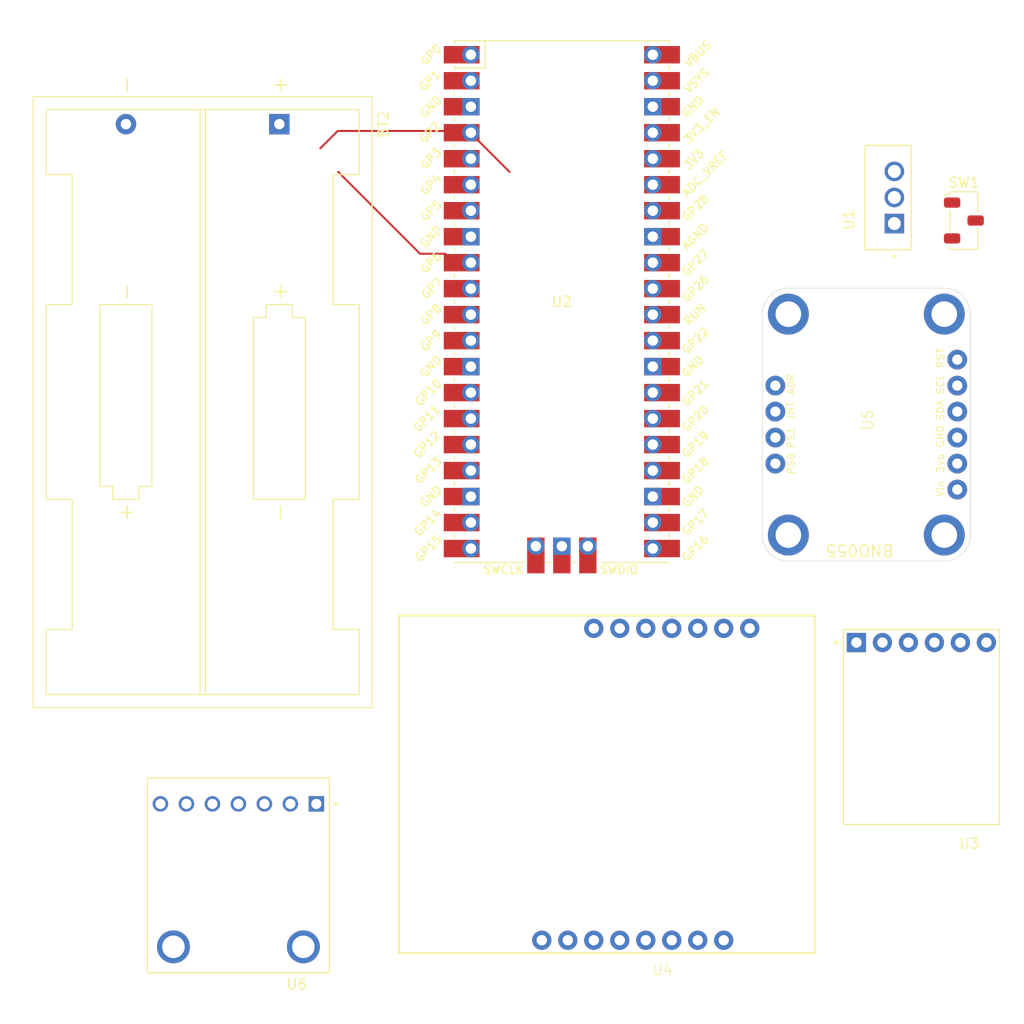
<source format=kicad_pcb>
(kicad_pcb (version 20241229) (generator "pcbnew") (generator_version "9.0")
  (layers (0 "F.Cu" signal) (2 "B.Cu" signal) (13 "F.Paste" user) (15 "B.Paste" user) (5 "F.SilkS" user "F.Silkscreen") (7 "B.SilkS" user "B.Silkscreen") (1 "F.Mask" user) (3 "B.Mask" user) (25 "Edge.Cuts" user))
  (net 0 "")
  (net 1 "Net-(BT2-+)")
  (net 3 "Net-(SW1-A)")
  (net 4 "GND")
  (net 5 "/MCURX")
  (net 6 "/MCUTX")
  (net 8 "/3.3 V")
  (net 9 "Net-(BT1-+)")
  (net 16 "/SCL")
  (net 17 "/SDA")
  (net 22 "/DEBUG2")
  (net 24 "/DEBUG3")
  (net 28 "unconnected-(U2-GPIO2-Pad4)")
  (net 43 "/DEBUG1")
  (net 44 "/FLIGHTLED")
  (net 45 "unconnected-(U2-GPIO6-Pad9)")
  (footprint "Trantor:BNO055" (layer "F.Cu") (at 156.75 67.75 90)
    (property "Reference" "U5" (at 0 -0.5 90) (layer "F.SilkS") (effects (font (thickness 0.1))))
    (property "Value" "~" (hide yes))
    (fp_line (start -11.241 -10.794) (end 10.349 -10.794) (stroke (width 0.05)) (layer "Edge.Cuts"))
    (fp_line (start 12.889 -8.254) (end 12.889 6.986) (stroke (width 0.05)) (layer "Edge.Cuts"))
    (fp_line (start -13.781 6.986) (end -13.781 -8.254) (stroke (width 0.05)) (layer "Edge.Cuts"))
    (fp_line (start 10.349 9.526) (end -11.241 9.526) (stroke (width 0.05)) (layer "Edge.Cuts"))
    (fp_arc (start 10.349 -10.794) (mid 12.145051 -10.050051) (end 12.889 -8.254) (stroke (width 0.05)) (layer "Edge.Cuts"))
    (fp_arc (start -13.781 -8.254) (mid -13.037051 -10.050051) (end -11.241 -10.794) (stroke (width 0.05)) (layer "Edge.Cuts"))
    (fp_arc (start 12.889 6.986) (mid 12.145051 8.782051) (end 10.349 9.526) (stroke (width 0.05)) (layer "Edge.Cuts"))
    (fp_arc (start -11.241 9.526) (mid -13.037051 8.782051) (end -13.781 6.986) (stroke (width 0.05)) (layer "Edge.Cuts"))
    (fp_text user "SDA" (at 0.946 6.605 90) (layer "F.SilkS") (effects (font (size 0.715264 0.715264) (thickness 0.097536))))
    (fp_text user "BNO055" (at -12.731 -1.291 180) (layer "F.SilkS") (effects (font (size 1.1176 1.1176) (thickness 0.1524))))
    (fp_text user "RST" (at 6.066 6.605 90) (layer "F.SilkS") (effects (font (size 0.715264 0.715264) (thickness 0.097536))))
    (fp_text user "PS0" (at -4.261 -8 90) (layer "F.SilkS") (effects (font (size 0.715264 0.715264) (thickness 0.097536))))
    (fp_text user "PS1" (at -1.721 -8 90) (layer "F.SilkS") (effects (font (size 0.715264 0.715264) (thickness 0.097536))))
    (fp_text user "SCL" (at 3.486 6.605 90) (layer "F.SilkS") (effects (font (size 0.715264 0.715264) (thickness 0.097536))))
    (fp_text user "ADR" (at 3.5 -8 90) (layer "F.SilkS") (effects (font (size 0.715264 0.715264) (thickness 0.097536))))
    (fp_text user "GND" (at -1.594 6.605 90) (layer "F.SilkS") (effects (font (size 0.715264 0.715264) (thickness 0.097536))))
    (fp_text user "3vo" (at -4.234 6.605 90) (layer "F.SilkS") (effects (font (size 0.715264 0.715264) (thickness 0.097536))))
    (fp_text user "Vin" (at -6.707 6.605 90) (layer "F.SilkS") (effects (font (size 0.715264 0.715264) (thickness 0.097536))))
    (fp_text user "INT" (at 0.977 -8.048 90) (layer "F.SilkS") (effects (font (size 0.715264 0.715264) (thickness 0.097536))))
    (pad "1" thru_hole circle (at -6.796 8.256 180) (size 1.9304 1.9304) (drill 1) (layers "*.Cu" "*.Mask") (net 8 "/3.3 V"))
    (pad "2" thru_hole circle (at -4.256 8.256 180) (size 1.9304 1.9304) (drill 1) (layers "*.Cu" "*.Mask"))
    (pad "3" thru_hole circle (at -1.716 8.256 180) (size 1.9304 1.9304) (drill 1) (layers "*.Cu" "*.Mask") (net 4 "GND"))
    (pad "4" thru_hole circle (at 0.824 8.256 180) (size 1.9304 1.9304) (drill 1) (layers "*.Cu" "*.Mask") (net 17 "/SDA"))
    (pad "5" thru_hole circle (at 3.364 8.256 180) (size 1.9304 1.9304) (drill 1) (layers "*.Cu" "*.Mask") (net 16 "/SCL"))
    (pad "6" thru_hole circle (at 5.904 8.256 180) (size 1.9304 1.9304) (drill 1) (layers "*.Cu" "*.Mask"))
    (pad "7" thru_hole circle (at -4.256 -9.524 180) (size 1.9304 1.9304) (drill 1) (layers "*.Cu" "*.Mask"))
    (pad "8" thru_hole circle (at -1.716 -9.524 180) (size 1.9304 1.9304) (drill 1) (layers "*.Cu" "*.Mask"))
    (pad "9" thru_hole circle (at 0.824 -9.524 180) (size 1.9304 1.9304) (drill 1) (layers "*.Cu" "*.Mask"))
    (pad "10" thru_hole circle (at 3.364 -9.524 180) (size 1.9304 1.9304) (drill 1) (layers "*.Cu" "*.Mask"))
    (pad "P$1" thru_hole circle (at -11.241 -8.254 90) (size 4 4) (drill 2.5) (layers "*.Cu" "*.Mask"))
    (pad "P$1" thru_hole circle (at -11.241 6.986 90) (size 4 4) (drill 2.5) (layers "*.Cu" "*.Mask"))
    (pad "P$1" thru_hole circle (at 10.349 -8.254 90) (size 4 4) (drill 2.5) (layers "*.Cu" "*.Mask"))
    (pad "P$1" thru_hole circle (at 10.349 6.986 90) (size 4 4) (drill 2.5) (layers "*.Cu" "*.Mask"))
  )
  (footprint "Trantor:GPS" (layer "F.Cu") (at 141.197 119.9866)
    (property "Reference" "U4" (at -5 1.5 0) (layer "F.SilkS") (effects (font (thickness 0.1))))
    (property "Value" "~")
    (fp_line (start -30.767 -33.1216) (end 9.873 -33.1216) (stroke (width 0.2032)) (layer "F.SilkS"))
    (fp_line (start -30.767 -0.127) (end -30.767 -33.1216) (stroke (width 0.2032)) (layer "F.SilkS"))
    (fp_line (start 9.873 -33.1216) (end 9.873 -0.127) (stroke (width 0.2032)) (layer "F.SilkS"))
    (fp_line (start 9.873 -0.127) (end -30.767 -0.127) (stroke (width 0.2032)) (layer "F.SilkS"))
    (fp_poly (pts (xy 5.76 -2.67) (xy 7.06 -2.67) (xy 7.06 -2.63) (xy 5.76 -2.63)) (fill yes) (layer "B.SilkS"))
    (pad "" np_thru_hole circle (at -28.227 -30.5816) (size 3.302 3.302) (drill 3.302) (layers "*.Cu" "*.Mask"))
    (pad "" np_thru_hole circle (at -28.227 -2.667) (size 3.302 3.302) (drill 3.302) (layers "*.Cu" "*.Mask"))
    (pad "" np_thru_hole circle (at 7.333 -30.5816) (size 3.302 3.302) (drill 3.302) (layers "*.Cu" "*.Mask"))
    (pad "" np_thru_hole circle (at 7.333 -2.667) (size 3.302 3.302) (drill 3.302) (layers "*.Cu" "*.Mask"))
    (pad "1" thru_hole circle (at -16.797 -1.397 270) (size 1.8796 1.8796) (drill 1.016) (layers "*.Cu" "*.Mask"))
    (pad "2" thru_hole circle (at -14.257 -1.397 270) (size 1.8796 1.8796) (drill 1.016) (layers "*.Cu" "*.Mask"))
    (pad "3" thru_hole circle (at -11.717 -1.397 270) (size 1.8796 1.8796) (drill 1.016) (layers "*.Cu" "*.Mask"))
    (pad "4" thru_hole circle (at -9.177 -1.397 270) (size 1.8796 1.8796) (drill 1.016) (layers "*.Cu" "*.Mask"))
    (pad "5" thru_hole circle (at -6.637 -1.397 90) (size 1.8796 1.8796) (drill 1.016) (layers "*.Cu" "*.Mask") (net 4 "GND"))
    (pad "6" thru_hole circle (at -4.097 -1.397 90) (size 1.8796 1.8796) (drill 1.016) (layers "*.Cu" "*.Mask"))
    (pad "7" thru_hole circle (at -1.557 -1.397 90) (size 1.8796 1.8796) (drill 1.016) (layers "*.Cu" "*.Mask") (net 17 "/SDA"))
    (pad "8" thru_hole circle (at 0.983 -1.397 90) (size 1.8796 1.8796) (drill 1.016) (layers "*.Cu" "*.Mask") (net 16 "/SCL"))
    (pad "9" thru_hole circle (at -11.717 -31.877 90) (size 1.8796 1.8796) (drill 1.016) (layers "*.Cu" "*.Mask") (net 4 "GND"))
    (pad "10" thru_hole circle (at -9.177 -31.877 90) (size 1.8796 1.8796) (drill 1.016) (layers "*.Cu" "*.Mask"))
    (pad "11" thru_hole circle (at -6.637 -31.877 90) (size 1.8796 1.8796) (drill 1.016) (layers "*.Cu" "*.Mask") (net 8 "/3.3 V"))
    (pad "12" thru_hole circle (at -4.097 -31.877 90) (size 1.8796 1.8796) (drill 1.016) (layers "*.Cu" "*.Mask"))
    (pad "13" thru_hole circle (at -1.557 -31.877 90) (size 1.8796 1.8796) (drill 1.016) (layers "*.Cu" "*.Mask"))
    (pad "14" thru_hole circle (at 0.983 -31.877 90) (size 1.8796 1.8796) (drill 1.016) (layers "*.Cu" "*.Mask"))
    (pad "15" thru_hole circle (at 3.523 -31.877 90) (size 1.8796 1.8796) (drill 1.016) (layers "*.Cu" "*.Mask"))
  )
  (footprint "Trantor:BME280" (layer "F.Cu") (at 94.75 112.25 180)
    (property "Reference" "U6" (at -5.715 -10.66 0) (layer "F.SilkS"))
    (property "Value" "BME280")
    (fp_line (start 8.89 9.525) (end -8.89 9.525) (stroke (width 0.127)) (layer "F.SilkS"))
    (fp_line (start 8.89 -9.525) (end 8.89 9.525) (stroke (width 0.127)) (layer "F.SilkS"))
    (fp_line (start -8.89 9.525) (end -8.89 -9.525) (stroke (width 0.127)) (layer "F.SilkS"))
    (fp_line (start -8.89 -9.525) (end 8.89 -9.525) (stroke (width 0.127)) (layer "F.SilkS"))
    (fp_circle (center -9.49 6.985) (end -9.39 6.985) (stroke (width 0.2)) (fill no) (layer "F.SilkS"))
    (pad "1" thru_hole rect (at -7.62 6.985 180) (size 1.508 1.508) (drill 1) (layers "*.Cu" "*.Mask") (net 8 "/3.3 V"))
    (pad "2" thru_hole circle (at -5.08 6.985 180) (size 1.508 1.508) (drill 1) (layers "*.Cu" "*.Mask"))
    (pad "3" thru_hole circle (at -2.54 6.985 180) (size 1.508 1.508) (drill 1) (layers "*.Cu" "*.Mask") (net 4 "GND"))
    (pad "4" thru_hole circle (at 0 6.985 180) (size 1.508 1.508) (drill 1) (layers "*.Cu" "*.Mask") (net 16 "/SCL"))
    (pad "5" thru_hole circle (at 2.54 6.985 180) (size 1.508 1.508) (drill 1) (layers "*.Cu" "*.Mask") (net 17 "/SDA"))
    (pad "6" thru_hole circle (at 5.08 6.985 180) (size 1.508 1.508) (drill 1) (layers "*.Cu" "*.Mask"))
    (pad "7" thru_hole circle (at 7.62 6.985 180) (size 1.508 1.508) (drill 1) (layers "*.Cu" "*.Mask"))
    (pad "P1" thru_hole circle (at -6.35 -6.985 180) (size 3.216 3.216) (drill 2.2) (layers "*.Cu" "*.Mask"))
    (pad "P2" thru_hole circle (at 6.35 -6.985 180) (size 3.216 3.216) (drill 2.2) (layers "*.Cu" "*.Mask"))
  )
  (footprint "Trantor:TO255P1020X450X1968-3" (layer "F.Cu") (at 158.25 46 90)
    (property "Reference" "U1" (at -2.175 -3.84 90) (layer "F.SilkS"))
    (property "Value" "LD1117V33")
    (fp_line (start 5.1 -2.25) (end 5.1 2.25) (stroke (width 0.127)) (layer "F.SilkS"))
    (fp_line (start -5.1 -2.25) (end 5.1 -2.25) (stroke (width 0.127)) (layer "F.SilkS"))
    (fp_line (start 5.1 2.25) (end -5.1 2.25) (stroke (width 0.127)) (layer "F.SilkS"))
    (fp_line (start -5.1 2.25) (end -5.1 -2.25) (stroke (width 0.127)) (layer "F.SilkS"))
    (fp_circle (center -5.75 0.605) (end -5.65 0.605) (stroke (width 0.2)) (fill no) (layer "F.SilkS"))
    (pad "1" thru_hole rect (at -2.55 0.605 90) (size 1.91 1.91) (drill 1.27) (layers "*.Cu" "*.Mask") (net 4 "GND"))
    (pad "2" thru_hole circle (at 0 0.605 90) (size 1.91 1.91) (drill 1.27) (layers "*.Cu" "*.Mask") (net 8 "/3.3 V"))
    (pad "3" thru_hole circle (at 2.55 0.605 90) (size 1.91 1.91) (drill 1.27) (layers "*.Cu" "*.Mask") (net 3 "Net-(SW1-A)"))
  )
  (footprint "Button_Switch_SMD:Nidec_Copal_CAS-120A" (layer "F.Cu") (at 165.65 48.25)
    (property "Reference" "SW1" (at 0 -3.7 0) (layer "F.SilkS"))
    (property "Value" "SW_Nidec_CAS-120A1" (hide yes))
    (fp_line (start -1.36 -2.81) (end 1.36 -2.81) (stroke (width 0.12)) (layer "F.SilkS"))
    (fp_line (start -1.36 -2.55) (end -1.9 -2.55) (stroke (width 0.12)) (layer "F.SilkS"))
    (fp_line (start -1.36 -2.55) (end -1.36 -2.8) (stroke (width 0.12)) (layer "F.SilkS"))
    (fp_line (start -1.36 -0.98) (end -1.36 0.98) (stroke (width 0.12)) (layer "F.SilkS"))
    (fp_line (start -1.36 2.81) (end -1.36 2.55) (stroke (width 0.12)) (layer "F.SilkS"))
    (fp_line (start 1.35 2.81) (end -1.35 2.81) (stroke (width 0.12)) (layer "F.SilkS"))
    (fp_line (start 1.36 -2.81) (end 1.36 -0.8) (stroke (width 0.12)) (layer "F.SilkS"))
    (fp_line (start 1.36 0.8) (end 1.36 2.81) (stroke (width 0.12)) (layer "F.SilkS"))
    (pad "1" smd roundrect (at -1.15 -1.75 270) (size 1 1.6) (layers "F.Cu" "F.Mask" "F.Paste"))
    (pad "2" smd roundrect (at 1.15 0 270) (size 1 1.6) (layers "F.Cu" "F.Mask" "F.Paste") (net 1 "Net-(BT2-+)"))
    (pad "3" smd roundrect (at -1.15 1.75 270) (size 1 1.6) (layers "F.Cu" "F.Mask" "F.Paste") (net 3 "Net-(SW1-A)"))
  )
  (footprint "Trantor:MODULE_DEV-13712" (layer "F.Cu") (at 161.5 97.75 180)
    (property "Reference" "U3" (at -4.695 -11.41 0) (layer "F.SilkS"))
    (property "Value" "Logger")
    (fp_line (start 7.62 9.525) (end -7.62 9.525) (stroke (width 0.127)) (layer "F.SilkS"))
    (fp_line (start 7.62 -9.525) (end 7.62 9.525) (stroke (width 0.127)) (layer "F.SilkS"))
    (fp_line (start -7.62 9.525) (end -7.62 -9.525) (stroke (width 0.127)) (layer "F.SilkS"))
    (fp_line (start -7.62 -9.525) (end 7.62 -9.525) (stroke (width 0.127)) (layer "F.SilkS"))
    (fp_circle (center 8.37 8.255) (end 8.47 8.255) (stroke (width 0.2)) (fill no) (layer "F.SilkS"))
    (pad "1" thru_hole rect (at 6.35 8.255 180) (size 1.8796 1.8796) (drill 1.016) (layers "*.Cu" "*.Mask"))
    (pad "2" thru_hole circle (at 3.81 8.255 180) (size 1.8796 1.8796) (drill 1.016) (layers "*.Cu" "*.Mask") (net 4 "GND"))
    (pad "3" thru_hole circle (at 1.27 8.255 180) (size 1.8796 1.8796) (drill 1.016) (layers "*.Cu" "*.Mask") (net 8 "/3.3 V"))
    (pad "4" thru_hole circle (at -1.27 8.255 180) (size 1.8796 1.8796) (drill 1.016) (layers "*.Cu" "*.Mask") (net 5 "/MCURX"))
    (pad "5" thru_hole circle (at -3.81 8.255 180) (size 1.8796 1.8796) (drill 1.016) (layers "*.Cu" "*.Mask") (net 6 "/MCUTX"))
    (pad "6" thru_hole circle (at -6.35 8.255 180) (size 1.8796 1.8796) (drill 1.016) (layers "*.Cu" "*.Mask") (net 4 "GND"))
  )
  (footprint "Trantor:RPi_Pico_SMD_TH" (layer "F.Cu") (at 126.36 56.18)
    (property "Reference" "U2" (at 0 0 0) (layer "F.SilkS"))
    (property "Value" "Pico 2")
    (fp_line (start -10.5 -25.5) (end -10.5 -25.2) (stroke (width 0.12)) (layer "F.SilkS"))
    (fp_line (start -10.5 -25.5) (end 10.5 -25.5) (stroke (width 0.12)) (layer "F.SilkS"))
    (fp_line (start -10.5 -23.1) (end -10.5 -22.7) (stroke (width 0.12)) (layer "F.SilkS"))
    (fp_line (start -10.5 -22.833) (end -7.493 -22.833) (stroke (width 0.12)) (layer "F.SilkS"))
    (fp_line (start -10.5 -20.5) (end -10.5 -20.1) (stroke (width 0.12)) (layer "F.SilkS"))
    (fp_line (start -10.5 -18) (end -10.5 -17.6) (stroke (width 0.12)) (layer "F.SilkS"))
    (fp_line (start -10.5 -15.4) (end -10.5 -15) (stroke (width 0.12)) (layer "F.SilkS"))
    (fp_line (start -10.5 -12.9) (end -10.5 -12.5) (stroke (width 0.12)) (layer "F.SilkS"))
    (fp_line (start -10.5 -10.4) (end -10.5 -10) (stroke (width 0.12)) (layer "F.SilkS"))
    (fp_line (start -10.5 -7.8) (end -10.5 -7.4) (stroke (width 0.12)) (layer "F.SilkS"))
    (fp_line (start -10.5 -5.3) (end -10.5 -4.9) (stroke (width 0.12)) (layer "F.SilkS"))
    (fp_line (start -10.5 -2.7) (end -10.5 -2.3) (stroke (width 0.12)) (layer "F.SilkS"))
    (fp_line (start -10.5 -0.2) (end -10.5 0.2) (stroke (width 0.12)) (layer "F.SilkS"))
    (fp_line (start -10.5 2.3) (end -10.5 2.7) (stroke (width 0.12)) (layer "F.SilkS"))
    (fp_line (start -10.5 4.9) (end -10.5 5.3) (stroke (width 0.12)) (layer "F.SilkS"))
    (fp_line (start -10.5 7.4) (end -10.5 7.8) (stroke (width 0.12)) (layer "F.SilkS"))
    (fp_line (start -10.5 10) (end -10.5 10.4) (stroke (width 0.12)) (layer "F.SilkS"))
    (fp_line (start -10.5 12.5) (end -10.5 12.9) (stroke (width 0.12)) (layer "F.SilkS"))
    (fp_line (start -10.5 15.1) (end -10.5 15.5) (stroke (width 0.12)) (layer "F.SilkS"))
    (fp_line (start -10.5 17.6) (end -10.5 18) (stroke (width 0.12)) (layer "F.SilkS"))
    (fp_line (start -10.5 20.1) (end -10.5 20.5) (stroke (width 0.12)) (layer "F.SilkS"))
    (fp_line (start -10.5 22.7) (end -10.5 23.1) (stroke (width 0.12)) (layer "F.SilkS"))
    (fp_line (start -7.493 -22.833) (end -7.493 -25.5) (stroke (width 0.12)) (layer "F.SilkS"))
    (fp_line (start -3.7 25.5) (end -10.5 25.5) (stroke (width 0.12)) (layer "F.SilkS"))
    (fp_line (start -1.5 25.5) (end -1.1 25.5) (stroke (width 0.12)) (layer "F.SilkS"))
    (fp_line (start 1.1 25.5) (end 1.5 25.5) (stroke (width 0.12)) (layer "F.SilkS"))
    (fp_line (start 10.5 -25.5) (end 10.5 -25.2) (stroke (width 0.12)) (layer "F.SilkS"))
    (fp_line (start 10.5 -23.1) (end 10.5 -22.7) (stroke (width 0.12)) (layer "F.SilkS"))
    (fp_line (start 10.5 -20.5) (end 10.5 -20.1) (stroke (width 0.12)) (layer "F.SilkS"))
    (fp_line (start 10.5 -18) (end 10.5 -17.6) (stroke (width 0.12)) (layer "F.SilkS"))
    (fp_line (start 10.5 -15.4) (end 10.5 -15) (stroke (width 0.12)) (layer "F.SilkS"))
    (fp_line (start 10.5 -12.9) (end 10.5 -12.5) (stroke (width 0.12)) (layer "F.SilkS"))
    (fp_line (start 10.5 -10.4) (end 10.5 -10) (stroke (width 0.12)) (layer "F.SilkS"))
    (fp_line (start 10.5 -7.8) (end 10.5 -7.4) (stroke (width 0.12)) (layer "F.SilkS"))
    (fp_line (start 10.5 -5.3) (end 10.5 -4.9) (stroke (width 0.12)) (layer "F.SilkS"))
    (fp_line (start 10.5 -2.7) (end 10.5 -2.3) (stroke (width 0.12)) (layer "F.SilkS"))
    (fp_line (start 10.5 -0.2) (end 10.5 0.2) (stroke (width 0.12)) (layer "F.SilkS"))
    (fp_line (start 10.5 2.3) (end 10.5 2.7) (stroke (width 0.12)) (layer "F.SilkS"))
    (fp_line (start 10.5 4.9) (end 10.5 5.3) (stroke (width 0.12)) (layer "F.SilkS"))
    (fp_line (start 10.5 7.4) (end 10.5 7.8) (stroke (width 0.12)) (layer "F.SilkS"))
    (fp_line (start 10.5 10) (end 10.5 10.4) (stroke (width 0.12)) (layer "F.SilkS"))
    (fp_line (start 10.5 12.5) (end 10.5 12.9) (stroke (width 0.12)) (layer "F.SilkS"))
    (fp_line (start 10.5 15.1) (end 10.5 15.5) (stroke (width 0.12)) (layer "F.SilkS"))
    (fp_line (start 10.5 17.6) (end 10.5 18) (stroke (width 0.12)) (layer "F.SilkS"))
    (fp_line (start 10.5 20.1) (end 10.5 20.5) (stroke (width 0.12)) (layer "F.SilkS"))
    (fp_line (start 10.5 22.7) (end 10.5 23.1) (stroke (width 0.12)) (layer "F.SilkS"))
    (fp_line (start 10.5 25.5) (end 3.7 25.5) (stroke (width 0.12)) (layer "F.SilkS"))
    (fp_text user "3V3_EN" (at 13.7 -17.2 45) (layer "F.SilkS") (effects (font (size 0.8 0.8))))
    (fp_text user "GP19" (at 13.054 13.97 45) (layer "F.SilkS") (effects (font (size 0.8 0.8))))
    (fp_text user "AGND" (at 13.054 -6.35 45) (layer "F.SilkS") (effects (font (size 0.8 0.8))))
    (fp_text user "GP3" (at -12.8 -13.97 45) (layer "F.SilkS") (effects (font (size 0.8 0.8))))
    (fp_text user "GP1" (at -12.9 -21.6 45) (layer "F.SilkS") (effects (font (size 0.8 0.8))))
    (fp_text user "GND" (at -12.8 19.05 45) (layer "F.SilkS") (effects (font (size 0.8 0.8))))
    (fp_text user "GP14" (at -13.1 21.59 45) (layer "F.SilkS") (effects (font (size 0.8 0.8))))
    (fp_text user "GP9" (at -12.8 3.81 45) (layer "F.SilkS") (effects (font (size 0.8 0.8))))
    (fp_text user "SWCLK" (at -5.7 26.2 0) (layer "F.SilkS") (effects (font (size 0.8 0.8))))
    (fp_text user "VBUS" (at 13.3 -24.2 45) (layer "F.SilkS") (effects (font (size 0.8 0.8))))
    (fp_text user "GP2" (at -12.9 -16.51 45) (layer "F.SilkS") (effects (font (size 0.8 0.8))))
    (fp_text user "GP16" (at 13.054 24.13 45) (layer "F.SilkS") (effects (font (size 0.8 0.8))))
    (fp_text user "GND" (at 12.8 19.05 45) (layer "F.SilkS") (effects (font (size 0.8 0.8))))
    (fp_text user "GP18" (at 13.054 16.51 45) (layer "F.SilkS") (effects (font (size 0.8 0.8))))
    (fp_text user "GP27" (at 13.054 -3.8 45) (layer "F.SilkS") (effects (font (size 0.8 0.8))))
    (fp_text user "GP11" (at -13.2 11.43 45) (layer "F.SilkS") (effects (font (size 0.8 0.8))))
    (fp_text user "ADC_VREF" (at 14 -12.5 45) (layer "F.SilkS") (effects (font (size 0.8 0.8))))
    (fp_text user "GP15" (at -13.054 24.13 45) (layer "F.SilkS") (effects (font (size 0.8 0.8))))
    (fp_text user "GND" (at -12.8 6.35 45) (layer "F.SilkS") (effects (font (size 0.8 0.8))))
    (fp_text user "GND" (at -12.8 -6.35 45) (layer "F.SilkS") (effects (font (size 0.8 0.8))))
    (fp_text user "SWDIO" (at 5.6 26.2 0) (layer "F.SilkS") (effects (font (size 0.8 0.8))))
    (fp_text user "VSYS" (at 13.2 -21.59 45) (layer "F.SilkS") (effects (font (size 0.8 0.8))))
    (fp_text user "GP20" (at 13.054 11.43 45) (layer "F.SilkS") (effects (font (size 0.8 0.8))))
    (fp_text user "GP28" (at 13.054 -9.144 45) (layer "F.SilkS") (effects (font (size 0.8 0.8))))
    (fp_text user "GP6" (at -12.8 -3.81 45) (layer "F.SilkS") (effects (font (size 0.8 0.8))))
    (fp_text user "GP21" (at 13.054 8.9 45) (layer "F.SilkS") (effects (font (size 0.8 0.8))))
    (fp_text user "GP22" (at 13.054 3.81 45) (layer "F.SilkS") (effects (font (size 0.8 0.8))))
    (fp_text user "GP10" (at -13.054 8.89 45) (layer "F.SilkS") (effects (font (size 0.8 0.8))))
    (fp_text user "GP5" (at -12.8 -8.89 45) (layer "F.SilkS") (effects (font (size 0.8 0.8))))
    (fp_text user "GP4" (at -12.8 -11.43 45) (layer "F.SilkS") (effects (font (size 0.8 0.8))))
    (fp_text user "GP12" (at -13.2 13.97 45) (layer "F.SilkS") (effects (font (size 0.8 0.8))))
    (fp_text user "GP26" (at 13.054 -1.27 45) (layer "F.SilkS") (effects (font (size 0.8 0.8))))
    (fp_text user "GND" (at 12.8 -19.05 45) (layer "F.SilkS") (effects (font (size 0.8 0.8))))
    (fp_text user "3V3" (at 12.9 -13.9 45) (layer "F.SilkS") (effects (font (size 0.8 0.8))))
    (fp_text user "GND" (at -12.8 -19.05 45) (layer "F.SilkS") (effects (font (size 0.8 0.8))))
    (fp_text user "GP0" (at -12.8 -24.13 45) (layer "F.SilkS") (effects (font (size 0.8 0.8))))
    (fp_text user "GP8" (at -12.8 1.27 45) (layer "F.SilkS") (effects (font (size 0.8 0.8))))
    (fp_text user "GP17" (at 13.054 21.59 45) (layer "F.SilkS") (effects (font (size 0.8 0.8))))
    (fp_text user "GP7" (at -12.7 -1.3 45) (layer "F.SilkS") (effects (font (size 0.8 0.8))))
    (fp_text user "RUN" (at 13 1.27 45) (layer "F.SilkS") (effects (font (size 0.8 0.8))))
    (fp_text user "GND" (at 12.8 6.35 45) (layer "F.SilkS") (effects (font (size 0.8 0.8))))
    (fp_text user "GP13" (at -13.054 16.51 45) (layer "F.SilkS") (effects (font (size 0.8 0.8))))
    (pad "" np_thru_hole oval (at -2.725 -24) (size 1.8 1.8) (drill 1.8) (layers "*.Cu" "*.Mask"))
    (pad "" np_thru_hole oval (at -2.425 -20.97) (size 1.5 1.5) (drill 1.5) (layers "*.Cu" "*.Mask"))
    (pad "" np_thru_hole oval (at 2.425 -20.97) (size 1.5 1.5) (drill 1.5) (layers "*.Cu" "*.Mask"))
    (pad "" np_thru_hole oval (at 2.725 -24) (size 1.8 1.8) (drill 1.8) (layers "*.Cu" "*.Mask"))
    (pad "1" thru_hole oval (at -8.89 -24.13) (size 1.7 1.7) (drill 1.02) (layers "*.Cu" "*.Mask") (net 6 "/MCUTX"))
    (pad "1" smd rect (at -8.89 -24.13) (size 3.5 1.7) (drill (offset -0.9 0)) (layers "F.Cu" "F.Mask") (net 6 "/MCUTX"))
    (pad "2" thru_hole oval (at -8.89 -21.59) (size 1.7 1.7) (drill 1.02) (layers "*.Cu" "*.Mask") (net 5 "/MCURX"))
    (pad "2" smd rect (at -8.89 -21.59) (size 3.5 1.7) (drill (offset -0.9 0)) (layers "F.Cu" "F.Mask") (net 5 "/MCURX"))
    (pad "3" thru_hole rect (at -8.89 -19.05) (size 1.7 1.7) (drill 1.02) (layers "*.Cu" "*.Mask") (net 4 "GND"))
    (pad "3" smd rect (at -8.89 -19.05) (size 3.5 1.7) (drill (offset -0.9 0)) (layers "F.Cu" "F.Mask") (net 4 "GND"))
    (pad "4" thru_hole oval (at -8.89 -16.51) (size 1.7 1.7) (drill 1.02) (layers "*.Cu" "*.Mask") (net 28 "unconnected-(U2-GPIO2-Pad4)"))
    (pad "4" smd rect (at -8.89 -16.51) (size 3.5 1.7) (drill (offset -0.9 0)) (layers "F.Cu" "F.Mask") (net 28 "unconnected-(U2-GPIO2-Pad4)"))
    (pad "5" thru_hole oval (at -8.89 -13.97) (size 1.7 1.7) (drill 1.02) (layers "*.Cu" "*.Mask"))
    (pad "5" smd rect (at -8.89 -13.97) (size 3.5 1.7) (drill (offset -0.9 0)) (layers "F.Cu" "F.Mask"))
    (pad "6" thru_hole oval (at -8.89 -11.43) (size 1.7 1.7) (drill 1.02) (layers "*.Cu" "*.Mask") (net 17 "/SDA"))
    (pad "6" smd rect (at -8.89 -11.43) (size 3.5 1.7) (drill (offset -0.9 0)) (layers "F.Cu" "F.Mask") (net 17 "/SDA"))
    (pad "7" thru_hole oval (at -8.89 -8.89) (size 1.7 1.7) (drill 1.02) (layers "*.Cu" "*.Mask") (net 16 "/SCL"))
    (pad "7" smd rect (at -8.89 -8.89) (size 3.5 1.7) (drill (offset -0.9 0)) (layers "F.Cu" "F.Mask") (net 16 "/SCL"))
    (pad "8" thru_hole rect (at -8.89 -6.35) (size 1.7 1.7) (drill 1.02) (layers "*.Cu" "*.Mask"))
    (pad "8" smd rect (at -8.89 -6.35) (size 3.5 1.7) (drill (offset -0.9 0)) (layers "F.Cu" "F.Mask"))
    (pad "9" thru_hole oval (at -8.89 -3.81) (size 1.7 1.7) (drill 1.02) (layers "*.Cu" "*.Mask") (net 45 "unconnected-(U2-GPIO6-Pad9)"))
    (pad "9" smd rect (at -8.89 -3.81) (size 3.5 1.7) (drill (offset -0.9 0)) (layers "F.Cu" "F.Mask") (net 45 "unconnected-(U2-GPIO6-Pad9)"))
    (pad "10" thru_hole oval (at -8.89 -1.27) (size 1.7 1.7) (drill 1.02) (layers "*.Cu" "*.Mask"))
    (pad "10" smd rect (at -8.89 -1.27) (size 3.5 1.7) (drill (offset -0.9 0)) (layers "F.Cu" "F.Mask"))
    (pad "11" thru_hole oval (at -8.89 1.27) (size 1.7 1.7) (drill 1.02) (layers "*.Cu" "*.Mask"))
    (pad "11" smd rect (at -8.89 1.27) (size 3.5 1.7) (drill (offset -0.9 0)) (layers "F.Cu" "F.Mask"))
    (pad "12" thru_hole oval (at -8.89 3.81) (size 1.7 1.7) (drill 1.02) (layers "*.Cu" "*.Mask"))
    (pad "12" smd rect (at -8.89 3.81) (size 3.5 1.7) (drill (offset -0.9 0)) (layers "F.Cu" "F.Mask"))
    (pad "13" thru_hole rect (at -8.89 6.35) (size 1.7 1.7) (drill 1.02) (layers "*.Cu" "*.Mask"))
    (pad "13" smd rect (at -8.89 6.35) (size 3.5 1.7) (drill (offset -0.9 0)) (layers "F.Cu" "F.Mask"))
    (pad "14" thru_hole oval (at -8.89 8.89) (size 1.7 1.7) (drill 1.02) (layers "*.Cu" "*.Mask"))
    (pad "14" smd rect (at -8.89 8.89) (size 3.5 1.7) (drill (offset -0.9 0)) (layers "F.Cu" "F.Mask"))
    (pad "15" thru_hole oval (at -8.89 11.43) (size 1.7 1.7) (drill 1.02) (layers "*.Cu" "*.Mask"))
    (pad "15" smd rect (at -8.89 11.43) (size 3.5 1.7) (drill (offset -0.9 0)) (layers "F.Cu" "F.Mask"))
    (pad "16" thru_hole oval (at -8.89 13.97) (size 1.7 1.7) (drill 1.02) (layers "*.Cu" "*.Mask"))
    (pad "16" smd rect (at -8.89 13.97) (size 3.5 1.7) (drill (offset -0.9 0)) (layers "F.Cu" "F.Mask"))
    (pad "17" thru_hole oval (at -8.89 16.51) (size 1.7 1.7) (drill 1.02) (layers "*.Cu" "*.Mask"))
    (pad "17" smd rect (at -8.89 16.51) (size 3.5 1.7) (drill (offset -0.9 0)) (layers "F.Cu" "F.Mask"))
    (pad "18" thru_hole rect (at -8.89 19.05) (size 1.7 1.7) (drill 1.02) (layers "*.Cu" "*.Mask"))
    (pad "18" smd rect (at -8.89 19.05) (size 3.5 1.7) (drill (offset -0.9 0)) (layers "F.Cu" "F.Mask"))
    (pad "19" thru_hole oval (at -8.89 21.59) (size 1.7 1.7) (drill 1.02) (layers "*.Cu" "*.Mask"))
    (pad "19" smd rect (at -8.89 21.59) (size 3.5 1.7) (drill (offset -0.9 0)) (layers "F.Cu" "F.Mask"))
    (pad "20" thru_hole oval (at -8.89 24.13) (size 1.7 1.7) (drill 1.02) (layers "*.Cu" "*.Mask"))
    (pad "20" smd rect (at -8.89 24.13) (size 3.5 1.7) (drill (offset -0.9 0)) (layers "F.Cu" "F.Mask"))
    (pad "21" thru_hole oval (at 8.89 24.13) (size 1.7 1.7) (drill 1.02) (layers "*.Cu" "*.Mask"))
    (pad "21" smd rect (at 8.89 24.13) (size 3.5 1.7) (drill (offset 0.9 0)) (layers "F.Cu" "F.Mask"))
    (pad "22" thru_hole oval (at 8.89 21.59) (size 1.7 1.7) (drill 1.02) (layers "*.Cu" "*.Mask"))
    (pad "22" smd rect (at 8.89 21.59) (size 3.5 1.7) (drill (offset 0.9 0)) (layers "F.Cu" "F.Mask"))
    (pad "23" thru_hole rect (at 8.89 19.05) (size 1.7 1.7) (drill 1.02) (layers "*.Cu" "*.Mask"))
    (pad "23" smd rect (at 8.89 19.05) (size 3.5 1.7) (drill (offset 0.9 0)) (layers "F.Cu" "F.Mask"))
    (pad "24" thru_hole oval (at 8.89 16.51) (size 1.7 1.7) (drill 1.02) (layers "*.Cu" "*.Mask") (net 44 "/FLIGHTLED"))
    (pad "24" smd rect (at 8.89 16.51) (size 3.5 1.7) (drill (offset 0.9 0)) (layers "F.Cu" "F.Mask") (net 44 "/FLIGHTLED"))
    (pad "25" thru_hole oval (at 8.89 13.97) (size 1.7 1.7) (drill 1.02) (layers "*.Cu" "*.Mask") (net 24 "/DEBUG3"))
    (pad "25" smd rect (at 8.89 13.97) (size 3.5 1.7) (drill (offset 0.9 0)) (layers "F.Cu" "F.Mask") (net 24 "/DEBUG3"))
    (pad "26" thru_hole oval (at 8.89 11.43) (size 1.7 1.7) (drill 1.02) (layers "*.Cu" "*.Mask") (net 22 "/DEBUG2"))
    (pad "26" smd rect (at 8.89 11.43) (size 3.5 1.7) (drill (offset 0.9 0)) (layers "F.Cu" "F.Mask") (net 22 "/DEBUG2"))
    (pad "27" thru_hole oval (at 8.89 8.89) (size 1.7 1.7) (drill 1.02) (layers "*.Cu" "*.Mask") (net 43 "/DEBUG1"))
    (pad "27" smd rect (at 8.89 8.89) (size 3.5 1.7) (drill (offset 0.9 0)) (layers "F.Cu" "F.Mask") (net 43 "/DEBUG1"))
    (pad "28" thru_hole rect (at 8.89 6.35) (size 1.7 1.7) (drill 1.02) (layers "*.Cu" "*.Mask"))
    (pad "28" smd rect (at 8.89 6.35) (size 3.5 1.7) (drill (offset 0.9 0)) (layers "F.Cu" "F.Mask"))
    (pad "29" thru_hole oval (at 8.89 3.81) (size 1.7 1.7) (drill 1.02) (layers "*.Cu" "*.Mask"))
    (pad "29" smd rect (at 8.89 3.81) (size 3.5 1.7) (drill (offset 0.9 0)) (layers "F.Cu" "F.Mask"))
    (pad "30" thru_hole oval (at 8.89 1.27) (size 1.7 1.7) (drill 1.02) (layers "*.Cu" "*.Mask"))
    (pad "30" smd rect (at 8.89 1.27) (size 3.5 1.7) (drill (offset 0.9 0)) (layers "F.Cu" "F.Mask"))
    (pad "31" thru_hole oval (at 8.89 -1.27) (size 1.7 1.7) (drill 1.02) (layers "*.Cu" "*.Mask"))
    (pad "31" smd rect (at 8.89 -1.27) (size 3.5 1.7) (drill (offset 0.9 0)) (layers "F.Cu" "F.Mask"))
    (pad "32" thru_hole oval (at 8.89 -3.81) (size 1.7 1.7) (drill 1.02) (layers "*.Cu" "*.Mask"))
    (pad "32" smd rect (at 8.89 -3.81) (size 3.5 1.7) (drill (offset 0.9 0)) (layers "F.Cu" "F.Mask"))
    (pad "33" thru_hole rect (at 8.89 -6.35) (size 1.7 1.7) (drill 1.02) (layers "*.Cu" "*.Mask"))
    (pad "33" smd rect (at 8.89 -6.35) (size 3.5 1.7) (drill (offset 0.9 0)) (layers "F.Cu" "F.Mask"))
    (pad "34" thru_hole oval (at 8.89 -8.89) (size 1.7 1.7) (drill 1.02) (layers "*.Cu" "*.Mask"))
    (pad "34" smd rect (at 8.89 -8.89) (size 3.5 1.7) (drill (offset 0.9 0)) (layers "F.Cu" "F.Mask"))
    (pad "35" thru_hole oval (at 8.89 -11.43) (size 1.7 1.7) (drill 1.02) (layers "*.Cu" "*.Mask"))
    (pad "35" smd rect (at 8.89 -11.43) (size 3.5 1.7) (drill (offset 0.9 0)) (layers "F.Cu" "F.Mask"))
    (pad "36" thru_hole oval (at 8.89 -13.97) (size 1.7 1.7) (drill 1.02) (layers "*.Cu" "*.Mask"))
    (pad "36" smd rect (at 8.89 -13.97) (size 3.5 1.7) (drill (offset 0.9 0)) (layers "F.Cu" "F.Mask"))
    (pad "37" thru_hole oval (at 8.89 -16.51) (size 1.7 1.7) (drill 1.02) (layers "*.Cu" "*.Mask"))
    (pad "37" smd rect (at 8.89 -16.51) (size 3.5 1.7) (drill (offset 0.9 0)) (layers "F.Cu" "F.Mask"))
    (pad "38" thru_hole rect (at 8.89 -19.05) (size 1.7 1.7) (drill 1.02) (layers "*.Cu" "*.Mask") (net 4 "GND"))
    (pad "38" smd rect (at 8.89 -19.05) (size 3.5 1.7) (drill (offset 0.9 0)) (layers "F.Cu" "F.Mask") (net 4 "GND"))
    (pad "39" thru_hole oval (at 8.89 -21.59) (size 1.7 1.7) (drill 1.02) (layers "*.Cu" "*.Mask"))
    (pad "39" smd rect (at 8.89 -21.59) (size 3.5 1.7) (drill (offset 0.9 0)) (layers "F.Cu" "F.Mask"))
    (pad "40" thru_hole oval (at 8.89 -24.13) (size 1.7 1.7) (drill 1.02) (layers "*.Cu" "*.Mask"))
    (pad "40" smd rect (at 8.89 -24.13) (size 3.5 1.7) (drill (offset 0.9 0)) (layers "F.Cu" "F.Mask"))
    (pad "41" thru_hole oval (at -2.54 23.9) (size 1.7 1.7) (drill 1.02) (layers "*.Cu" "*.Mask"))
    (pad "41" smd rect (at -2.54 23.9 90) (size 3.5 1.7) (drill (offset -0.9 0)) (layers "F.Cu" "F.Mask"))
    (pad "42" thru_hole rect (at 0 23.9) (size 1.7 1.7) (drill 1.02) (layers "*.Cu" "*.Mask"))
    (pad "42" smd rect (at 0 23.9 90) (size 3.5 1.7) (drill (offset -0.9 0)) (layers "F.Cu" "F.Mask"))
    (pad "43" thru_hole oval (at 2.54 23.9) (size 1.7 1.7) (drill 1.02) (layers "*.Cu" "*.Mask"))
    (pad "43" smd rect (at 2.54 23.9 90) (size 3.5 1.7) (drill (offset -0.9 0)) (layers "F.Cu" "F.Mask"))
  )
  (footprint "Battery:BatteryHolder_Keystone_2462_2xAA" (layer "F.Cu") (at 98.75 38.835 -90)
    (property "Reference" "BT2" (at 0 -10.16 90) (layer "F.SilkS"))
    (property "Value" "Battery")
    (fp_line (start -2.69 24.055) (end 57.02 24.055) (stroke (width 0.12)) (layer "F.SilkS"))
    (fp_line (start 57.02 24.055) (end 57.02 -9.065) (stroke (width 0.12)) (layer "F.SilkS"))
    (fp_line (start -1.42 22.785) (end 4.925 22.785) (stroke (width 0.12)) (layer "F.SilkS"))
    (fp_line (start 4.925 22.785) (end 4.925 20.245) (stroke (width 0.12)) (layer "F.SilkS"))
    (fp_line (start 17.625 22.785) (end 36.675 22.785) (stroke (width 0.12)) (layer "F.SilkS"))
    (fp_line (start 36.675 22.785) (end 36.675 20.245) (stroke (width 0.12)) (layer "F.SilkS"))
    (fp_line (start 49.375 22.785) (end 49.375 20.245) (stroke (width 0.12)) (layer "F.SilkS"))
    (fp_line (start 55.75 22.785) (end 49.375 22.785) (stroke (width 0.12)) (layer "F.SilkS"))
    (fp_line (start 4.925 20.245) (end 17.625 20.245) (stroke (width 0.12)) (layer "F.SilkS"))
    (fp_line (start 17.625 20.245) (end 17.625 22.785) (stroke (width 0.12)) (layer "F.SilkS"))
    (fp_line (start 49.375 20.245) (end 36.675 20.245) (stroke (width 0.12)) (layer "F.SilkS"))
    (fp_line (start 17.625 17.53) (end 17.625 12.45) (stroke (width 0.12)) (layer "F.SilkS"))
    (fp_line (start 35.405 17.53) (end 17.625 17.53) (stroke (width 0.12)) (layer "F.SilkS"))
    (fp_line (start 35.405 16.26) (end 35.405 17.53) (stroke (width 0.12)) (layer "F.SilkS"))
    (fp_line (start 36.675 16.26) (end 35.405 16.26) (stroke (width 0.12)) (layer "F.SilkS"))
    (fp_line (start 35.405 13.72) (end 36.675 13.72) (stroke (width 0.12)) (layer "F.SilkS"))
    (fp_line (start 36.675 13.72) (end 36.675 16.26) (stroke (width 0.12)) (layer "F.SilkS"))
    (fp_line (start 17.625 12.45) (end 35.405 12.45) (stroke (width 0.12)) (layer "F.SilkS"))
    (fp_line (start 35.405 12.45) (end 35.405 13.72) (stroke (width 0.12)) (layer "F.SilkS"))
    (fp_line (start 55.75 7.749) (end -1.42 7.749) (stroke (width 0.12)) (layer "F.SilkS"))
    (fp_line (start -1.42 7.241) (end 55.75 7.241) (stroke (width 0.12)) (layer "F.SilkS"))
    (fp_line (start 18.895 2.54) (end 18.895 1.27) (stroke (width 0.12)) (layer "F.SilkS"))
    (fp_line (start 36.675 2.54) (end 18.895 2.54) (stroke (width 0.12)) (layer "F.SilkS"))
    (fp_line (start 17.625 1.27) (end 17.625 -1.27) (stroke (width 0.12)) (layer "F.SilkS"))
    (fp_line (start 18.895 1.27) (end 17.625 1.27) (stroke (width 0.12)) (layer "F.SilkS"))
    (fp_line (start 17.625 -1.27) (end 18.895 -1.27) (stroke (width 0.12)) (layer "F.SilkS"))
    (fp_line (start 18.895 -1.27) (end 18.895 -2.54) (stroke (width 0.12)) (layer "F.SilkS"))
    (fp_line (start 36.675 -1.27) (end 36.675 2.54) (stroke (width 0.12)) (layer "F.SilkS"))
    (fp_line (start 18.895 -2.54) (end 36.675 -2.54) (stroke (width 0.12)) (layer "F.SilkS"))
    (fp_line (start 36.675 -2.54) (end 36.675 -1.27) (stroke (width 0.12)) (layer "F.SilkS"))
    (fp_line (start 4.925 -5.255) (end 17.625 -5.255) (stroke (width 0.12)) (layer "F.SilkS"))
    (fp_line (start 4.925 -5.255) (end 4.925 -7.795) (stroke (width 0.12)) (layer "F.SilkS"))
    (fp_line (start 36.675 -5.255) (end 36.675 -7.795) (stroke (width 0.12)) (layer "F.SilkS"))
    (fp_line (start 49.375 -5.255) (end 36.675 -5.255) (stroke (width 0.12)) (layer "F.SilkS"))
    (fp_line (start -1.42 -7.795) (end -1.42 22.785) (stroke (width 0.12)) (layer "F.SilkS"))
    (fp_line (start 4.925 -7.795) (end -1.42 -7.795) (stroke (width 0.12)) (layer "F.SilkS"))
    (fp_line (start 17.625 -7.795) (end 17.625 -5.255) (stroke (width 0.12)) (layer "F.SilkS"))
    (fp_line (start 36.675 -7.795) (end 17.625 -7.795) (stroke (width 0.12)) (layer "F.SilkS"))
    (fp_line (start 49.375 -7.795) (end 49.375 -5.255) (stroke (width 0.12)) (layer "F.SilkS"))
    (fp_line (start 55.75 -7.795) (end 55.75 22.785) (stroke (width 0.12)) (layer "F.SilkS"))
    (fp_line (start 55.75 -7.795) (end 49.375 -7.795) (stroke (width 0.12)) (layer "F.SilkS"))
    (fp_line (start -2.69 -9.065) (end -2.69 24.055) (stroke (width 0.12)) (layer "F.SilkS"))
    (fp_line (start 57.02 -9.065) (end -2.69 -9.065) (stroke (width 0.12)) (layer "F.SilkS"))
    (fp_text user "+" (at 37.945 14.99 90) (layer "F.SilkS") (effects (font (size 1.5 1.5))))
    (fp_text user "+" (at 16.355 0 90) (layer "F.SilkS") (effects (font (size 1.5 1.5))))
    (fp_text user "-" (at 37.945 0 90) (layer "F.SilkS") (effects (font (size 1.5 1.5))))
    (fp_text user "-" (at -3.81 14.99 90) (layer "F.SilkS") (effects (font (size 1.5 1.5))))
    (fp_text user "-" (at 16.355 14.99 90) (layer "F.SilkS") (effects (font (size 1.5 1.5))))
    (fp_text user "+" (at -3.81 0 90) (layer "F.SilkS") (effects (font (size 1.5 1.5))))
    (pad "" np_thru_hole circle (at 27.165 0 270) (size 3.3 3.3) (drill 3.3) (layers "*.Cu" "*.Mask"))
    (pad "" np_thru_hole circle (at 27.165 14.99 270) (size 3.3 3.3) (drill 3.3) (layers "*.Cu" "*.Mask"))
    (pad "1" thru_hole rect (at 0 0 270) (size 2 2) (drill 1.02) (layers "*.Cu" "*.Mask") (net 1 "Net-(BT2-+)"))
    (pad "2" thru_hole circle (at 0 14.99 270) (size 2 2) (drill 1.02) (layers "*.Cu" "*.Mask") (net 9 "Net-(BT1-+)"))
  )
  (segment (start 104.45 39.5) (end 117.25 39.5) (width 0.2) (layer "F.Cu") (net 28))
  (segment (start 102.75 41.2) (end 104.45 39.5) (width 0.2) (layer "F.Cu") (net 28))
  (segment (start 117.25 39.5) (end 121.25 43.5) (width 0.2) (layer "F.Cu") (net 28))
  (segment (start 104.5 43.5) (end 112.5 51.5) (width 0.2) (layer "F.Cu") (net 45))
  (segment (start 112.5 51.5) (end 115 51.5) (width 0.2) (layer "F.Cu") (net 45))
)
</source>
